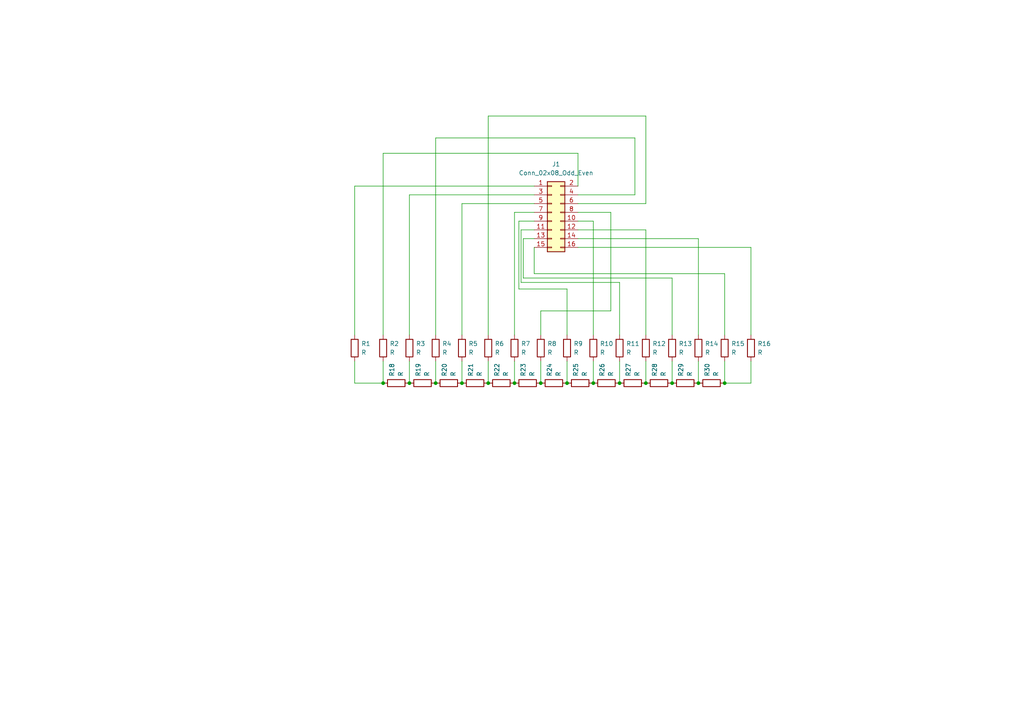
<source format=kicad_sch>
(kicad_sch (version 20230121) (generator eeschema)
  (paper "A4")
  (lib_symbols
    (symbol "Connector_Generic:Conn_02x08_Odd_Even" (pin_names (offset 1.016) hide)
      (property "Reference" "J" (at 1.27 10.16 0))
      (property "Value" "Conn_02x08_Odd_Even" (at 1.27 -12.7 0))
      (symbol "Conn_02x08_Odd_Even_1_1"
        (rectangle (start -1.27 -10.033) (end 0 -10.287) (stroke (width 0.1524)))
        (rectangle (start -1.27 -7.493) (end 0 -7.747) (stroke (width 0.1524)))
        (rectangle (start -1.27 -4.953) (end 0 -5.207) (stroke (width 0.1524)))
        (rectangle (start -1.27 -2.413) (end 0 -2.667) (stroke (width 0.1524)))
        (rectangle (start -1.27 0.127) (end 0 -0.127) (stroke (width 0.1524)))
        (rectangle (start -1.27 2.667) (end 0 2.413) (stroke (width 0.1524)))
        (rectangle (start -1.27 5.207) (end 0 4.953) (stroke (width 0.1524)))
        (rectangle (start -1.27 7.747) (end 0 7.493) (stroke (width 0.1524)))
        (rectangle (start -1.27 8.89) (end 3.81 -11.43) (stroke (width 0.254)) (fill (type background)))
        (rectangle (start 3.81 -10.033) (end 2.54 -10.287) (stroke (width 0.1524)))
        (rectangle (start 3.81 -7.493) (end 2.54 -7.747) (stroke (width 0.1524)))
        (rectangle (start 3.81 -4.953) (end 2.54 -5.207) (stroke (width 0.1524)))
        (rectangle (start 3.81 -2.413) (end 2.54 -2.667) (stroke (width 0.1524)))
        (rectangle (start 3.81 0.127) (end 2.54 -0.127) (stroke (width 0.1524)))
        (rectangle (start 3.81 2.667) (end 2.54 2.413) (stroke (width 0.1524)))
        (rectangle (start 3.81 5.207) (end 2.54 4.953) (stroke (width 0.1524)))
        (rectangle (start 3.81 7.747) (end 2.54 7.493) (stroke (width 0.1524)))
        (pin passive line (at -5.08 7.62 0) (length 3.81) (name "Pin_1") (number "1"))
        (pin passive line (at 7.62 -2.54 180) (length 3.81) (name "Pin_10") (number "10"))
        (pin passive line (at -5.08 -5.08 0) (length 3.81) (name "Pin_11") (number "11"))
        (pin passive line (at 7.62 -5.08 180) (length 3.81) (name "Pin_12") (number "12"))
        (pin passive line (at -5.08 -7.62 0) (length 3.81) (name "Pin_13") (number "13"))
        (pin passive line (at 7.62 -7.62 180) (length 3.81) (name "Pin_14") (number "14"))
        (pin passive line (at -5.08 -10.16 0) (length 3.81) (name "Pin_15") (number "15"))
        (pin passive line (at 7.62 -10.16 180) (length 3.81) (name "Pin_16") (number "16"))
        (pin passive line (at 7.62 7.62 180) (length 3.81) (name "Pin_2") (number "2"))
        (pin passive line (at -5.08 5.08 0) (length 3.81) (name "Pin_3") (number "3"))
        (pin passive line (at 7.62 5.08 180) (length 3.81) (name "Pin_4") (number "4"))
        (pin passive line (at -5.08 2.54 0) (length 3.81) (name "Pin_5") (number "5"))
        (pin passive line (at 7.62 2.54 180) (length 3.81) (name "Pin_6") (number "6"))
        (pin passive line (at -5.08 0 0) (length 3.81) (name "Pin_7") (number "7"))
        (pin passive line (at 7.62 0 180) (length 3.81) (name "Pin_8") (number "8"))
        (pin passive line (at -5.08 -2.54 0) (length 3.81) (name "Pin_9") (number "9"))
      )
    )
    (symbol "Device:R" (pin_numbers hide) (pin_names (offset 0))
      (property "Reference" "R" (at 2.032 0 90))
      (property "Value" "R" (at 0 0 90))
      (symbol "R_0_1"
        (rectangle (start -1.016 -2.54) (end 1.016 2.54) (stroke (width 0.254)))
      )
      (symbol "R_1_1"
        (pin passive line (at 0 3.81 270) (length 1.27) (name "~") (number "1"))
        (pin passive line (at 0 -3.81 90) (length 1.27) (name "~") (number "2"))
      )
    )
  )
  (junction (at 133.985 111.125))
  (junction (at 172.085 111.125))
  (junction (at 126.365 111.125))
  (junction (at 156.845 111.125))
  (junction (at 194.945 111.125))
  (junction (at 111.125 111.125))
  (junction (at 210.185 111.125))
  (junction (at 141.605 111.125))
  (junction (at 118.745 111.125))
  (junction (at 179.705 111.125))
  (junction (at 187.325 111.125))
  (junction (at 149.225 111.125))
  (junction (at 164.465 111.125))
  (junction (at 202.565 111.125))
  (wire (pts (xy 202.565 111.125) (xy 202.565 104.775)))
  (wire (pts (xy 150.495 64.135) (xy 150.495 83.82)))
  (wire (pts (xy 102.87 111.125) (xy 102.87 104.775)))
  (wire (pts (xy 149.225 111.125) (xy 149.225 104.775)))
  (wire (pts (xy 154.94 53.975) (xy 102.87 53.975)))
  (wire (pts (xy 179.705 81.915) (xy 179.705 97.155)))
  (wire (pts (xy 167.64 53.975) (xy 167.64 44.45)))
  (wire (pts (xy 164.465 83.82) (xy 164.465 97.155)))
  (wire (pts (xy 141.605 33.655) (xy 141.605 97.155)))
  (wire (pts (xy 154.94 64.135) (xy 150.495 64.135)))
  (wire (pts (xy 172.085 97.155) (xy 172.085 64.135)))
  (wire (pts (xy 102.87 111.125) (xy 111.125 111.125)))
  (wire (pts (xy 154.94 71.755) (xy 154.94 79.375)))
  (wire (pts (xy 167.64 66.675) (xy 187.325 66.675)))
  (wire (pts (xy 217.805 71.755) (xy 217.805 97.155)))
  (wire (pts (xy 210.185 111.125) (xy 217.805 111.125)))
  (wire (pts (xy 154.94 61.595) (xy 149.225 61.595)))
  (wire (pts (xy 154.94 56.515) (xy 118.745 56.515)))
  (wire (pts (xy 187.325 66.675) (xy 187.325 97.155)))
  (wire (pts (xy 154.94 66.675) (xy 151.13 66.675)))
  (wire (pts (xy 156.845 111.125) (xy 156.845 104.775)))
  (wire (pts (xy 167.64 71.755) (xy 217.805 71.755)))
  (wire (pts (xy 118.745 111.125) (xy 118.745 104.775)))
  (wire (pts (xy 210.185 79.375) (xy 210.185 97.155)))
  (wire (pts (xy 187.325 111.125) (xy 187.325 104.775)))
  (wire (pts (xy 167.64 69.215) (xy 202.565 69.215)))
  (wire (pts (xy 194.945 111.125) (xy 194.945 104.775)))
  (wire (pts (xy 167.64 44.45) (xy 111.125 44.45)))
  (wire (pts (xy 151.13 66.675) (xy 151.13 81.915)))
  (wire (pts (xy 141.605 111.125) (xy 141.605 104.775)))
  (wire (pts (xy 167.64 59.055) (xy 187.325 59.055)))
  (wire (pts (xy 210.185 111.125) (xy 210.185 104.775)))
  (wire (pts (xy 133.985 59.055) (xy 133.985 97.155)))
  (wire (pts (xy 164.465 111.125) (xy 164.465 104.775)))
  (wire (pts (xy 154.94 59.055) (xy 133.985 59.055)))
  (wire (pts (xy 111.125 44.45) (xy 111.125 97.155)))
  (wire (pts (xy 126.365 40.005) (xy 126.365 97.155)))
  (wire (pts (xy 177.165 90.17) (xy 156.845 90.17)))
  (wire (pts (xy 118.745 56.515) (xy 118.745 97.155)))
  (wire (pts (xy 151.13 81.915) (xy 179.705 81.915)))
  (wire (pts (xy 202.565 69.215) (xy 202.565 97.155)))
  (wire (pts (xy 217.805 111.125) (xy 217.805 104.775)))
  (wire (pts (xy 167.64 56.515) (xy 184.15 56.515)))
  (wire (pts (xy 154.94 79.375) (xy 210.185 79.375)))
  (wire (pts (xy 151.765 80.645) (xy 194.945 80.645)))
  (wire (pts (xy 194.945 80.645) (xy 194.945 97.155)))
  (wire (pts (xy 184.15 56.515) (xy 184.15 40.005)))
  (wire (pts (xy 184.15 40.005) (xy 126.365 40.005)))
  (wire (pts (xy 111.125 104.775) (xy 111.125 111.125)))
  (wire (pts (xy 172.085 111.125) (xy 172.085 104.775)))
  (wire (pts (xy 151.765 69.215) (xy 151.765 80.645)))
  (wire (pts (xy 126.365 111.125) (xy 126.365 104.775)))
  (wire (pts (xy 150.495 83.82) (xy 164.465 83.82)))
  (wire (pts (xy 154.94 69.215) (xy 151.765 69.215)))
  (wire (pts (xy 187.325 33.655) (xy 141.605 33.655)))
  (wire (pts (xy 102.87 53.975) (xy 102.87 97.155)))
  (wire (pts (xy 177.165 61.595) (xy 177.165 90.17)))
  (wire (pts (xy 167.64 61.595) (xy 177.165 61.595)))
  (wire (pts (xy 156.845 90.17) (xy 156.845 97.155)))
  (wire (pts (xy 172.085 64.135) (xy 167.64 64.135)))
  (wire (pts (xy 179.705 111.125) (xy 179.705 104.775)))
  (wire (pts (xy 133.985 111.125) (xy 133.985 104.775)))
  (wire (pts (xy 187.325 59.055) (xy 187.325 33.655)))
  (wire (pts (xy 149.225 61.595) (xy 149.225 97.155)))
  (symbol (lib_id "Connector_Generic:Conn_02x08_Odd_Even") (at 160.02 61.595 0) (unit 1)
    (property "Reference" "J1" (at 161.29 47.625 0))
    (property "Value" "Conn_02x08_Odd_Even" (at 161.29 50.165 0))
    (property "Footprint" "Connector_IDC:IDC-Header_2x08_P2.54mm_Vertical" (effects hide))
  )
  (symbol (lib_id "Device:R") (at 198.755 111.125 90) (unit 1)
    (property "Reference" "R29" (at 197.485 109.22 0) (effects (justify left)))
    (property "Value" "R" (at 200.025 109.22 0) (effects (justify left)))
    (property "Footprint" "Resistor_THT:R_Axial_DIN0207_L6.3mm_D2.5mm_P7.62mm_Horizontal" (effects hide))
  )
  (symbol (lib_id "Device:R") (at 217.805 100.965 0) (unit 1)
    (property "Reference" "R16" (at 219.71 99.695 0) (effects (justify left)))
    (property "Value" "R" (at 219.71 102.235 0) (effects (justify left)))
    (property "Footprint" "Resistor_THT:R_Axial_DIN0207_L6.3mm_D2.5mm_P7.62mm_Horizontal" (effects hide))
  )
  (symbol (lib_id "Device:R") (at 130.175 111.125 90) (unit 1)
    (property "Reference" "R20" (at 128.905 109.22 0) (effects (justify left)))
    (property "Value" "R" (at 131.445 109.22 0) (effects (justify left)))
    (property "Footprint" "Resistor_THT:R_Axial_DIN0207_L6.3mm_D2.5mm_P7.62mm_Horizontal" (effects hide))
  )
  (symbol (lib_id "Device:R") (at 179.705 100.965 0) (unit 1)
    (property "Reference" "R11" (at 181.61 99.695 0) (effects (justify left)))
    (property "Value" "R" (at 181.61 102.235 0) (effects (justify left)))
    (property "Footprint" "Resistor_THT:R_Axial_DIN0207_L6.3mm_D2.5mm_P7.62mm_Horizontal" (effects hide))
  )
  (symbol (lib_id "Device:R") (at 156.845 100.965 0) (unit 1)
    (property "Reference" "R8" (at 158.75 99.695 0) (effects (justify left)))
    (property "Value" "R" (at 158.75 102.235 0) (effects (justify left)))
    (property "Footprint" "Resistor_THT:R_Axial_DIN0207_L6.3mm_D2.5mm_P7.62mm_Horizontal" (effects hide))
  )
  (symbol (lib_id "Device:R") (at 172.085 100.965 0) (unit 1)
    (property "Reference" "R10" (at 173.99 99.695 0) (effects (justify left)))
    (property "Value" "R" (at 173.99 102.235 0) (effects (justify left)))
    (property "Footprint" "Resistor_THT:R_Axial_DIN0207_L6.3mm_D2.5mm_P7.62mm_Horizontal" (effects hide))
  )
  (symbol (lib_id "Device:R") (at 133.985 100.965 0) (unit 1)
    (property "Reference" "R5" (at 135.89 99.695 0) (effects (justify left)))
    (property "Value" "R" (at 135.89 102.235 0) (effects (justify left)))
    (property "Footprint" "Resistor_THT:R_Axial_DIN0207_L6.3mm_D2.5mm_P7.62mm_Horizontal" (effects hide))
  )
  (symbol (lib_id "Device:R") (at 126.365 100.965 0) (unit 1)
    (property "Reference" "R4" (at 128.27 99.695 0) (effects (justify left)))
    (property "Value" "R" (at 128.27 102.235 0) (effects (justify left)))
    (property "Footprint" "Resistor_THT:R_Axial_DIN0207_L6.3mm_D2.5mm_P7.62mm_Horizontal" (effects hide))
  )
  (symbol (lib_id "Device:R") (at 118.745 100.965 0) (unit 1)
    (property "Reference" "R3" (at 120.65 99.695 0) (effects (justify left)))
    (property "Value" "R" (at 120.65 102.235 0) (effects (justify left)))
    (property "Footprint" "Resistor_THT:R_Axial_DIN0207_L6.3mm_D2.5mm_P7.62mm_Horizontal" (effects hide))
  )
  (symbol (lib_id "Device:R") (at 153.035 111.125 90) (unit 1)
    (property "Reference" "R23" (at 151.765 109.22 0) (effects (justify left)))
    (property "Value" "R" (at 154.305 109.22 0) (effects (justify left)))
    (property "Footprint" "Resistor_THT:R_Axial_DIN0207_L6.3mm_D2.5mm_P7.62mm_Horizontal" (effects hide))
  )
  (symbol (lib_id "Device:R") (at 149.225 100.965 0) (unit 1)
    (property "Reference" "R7" (at 151.13 99.695 0) (effects (justify left)))
    (property "Value" "R" (at 151.13 102.235 0) (effects (justify left)))
    (property "Footprint" "Resistor_THT:R_Axial_DIN0207_L6.3mm_D2.5mm_P7.62mm_Horizontal" (effects hide))
  )
  (symbol (lib_id "Device:R") (at 194.945 100.965 0) (unit 1)
    (property "Reference" "R13" (at 196.85 99.695 0) (effects (justify left)))
    (property "Value" "R" (at 196.85 102.235 0) (effects (justify left)))
    (property "Footprint" "Resistor_THT:R_Axial_DIN0207_L6.3mm_D2.5mm_P7.62mm_Horizontal" (effects hide))
  )
  (symbol (lib_id "Device:R") (at 206.375 111.125 90) (unit 1)
    (property "Reference" "R30" (at 205.105 109.22 0) (effects (justify left)))
    (property "Value" "R" (at 207.645 109.22 0) (effects (justify left)))
    (property "Footprint" "Resistor_THT:R_Axial_DIN0207_L6.3mm_D2.5mm_P7.62mm_Horizontal" (effects hide))
  )
  (symbol (lib_id "Device:R") (at 210.185 100.965 0) (unit 1)
    (property "Reference" "R15" (at 212.09 99.695 0) (effects (justify left)))
    (property "Value" "R" (at 212.09 102.235 0) (effects (justify left)))
    (property "Footprint" "Resistor_THT:R_Axial_DIN0207_L6.3mm_D2.5mm_P7.62mm_Horizontal" (effects hide))
  )
  (symbol (lib_id "Device:R") (at 137.795 111.125 90) (unit 1)
    (property "Reference" "R21" (at 136.525 109.22 0) (effects (justify left)))
    (property "Value" "R" (at 139.065 109.22 0) (effects (justify left)))
    (property "Footprint" "Resistor_THT:R_Axial_DIN0207_L6.3mm_D2.5mm_P7.62mm_Horizontal" (effects hide))
  )
  (symbol (lib_id "Device:R") (at 111.125 100.965 0) (unit 1)
    (property "Reference" "R2" (at 113.03 99.695 0) (effects (justify left)))
    (property "Value" "R" (at 113.03 102.235 0) (effects (justify left)))
    (property "Footprint" "Resistor_THT:R_Axial_DIN0207_L6.3mm_D2.5mm_P7.62mm_Horizontal" (effects hide))
  )
  (symbol (lib_id "Device:R") (at 102.87 100.965 0) (unit 1)
    (property "Reference" "R1" (at 104.775 99.695 0) (effects (justify left)))
    (property "Value" "R" (at 104.775 102.235 0) (effects (justify left)))
    (property "Footprint" "Resistor_THT:R_Axial_DIN0207_L6.3mm_D2.5mm_P7.62mm_Horizontal" (effects hide))
  )
  (symbol (lib_id "Device:R") (at 183.515 111.125 90) (unit 1)
    (property "Reference" "R27" (at 182.245 109.22 0) (effects (justify left)))
    (property "Value" "R" (at 184.785 109.22 0) (effects (justify left)))
    (property "Footprint" "Resistor_THT:R_Axial_DIN0207_L6.3mm_D2.5mm_P7.62mm_Horizontal" (effects hide))
  )
  (symbol (lib_id "Device:R") (at 168.275 111.125 90) (unit 1)
    (property "Reference" "R25" (at 167.005 109.22 0) (effects (justify left)))
    (property "Value" "R" (at 169.545 109.22 0) (effects (justify left)))
    (property "Footprint" "Resistor_THT:R_Axial_DIN0207_L6.3mm_D2.5mm_P7.62mm_Horizontal" (effects hide))
  )
  (symbol (lib_id "Device:R") (at 175.895 111.125 90) (unit 1)
    (property "Reference" "R26" (at 174.625 109.22 0) (effects (justify left)))
    (property "Value" "R" (at 177.165 109.22 0) (effects (justify left)))
    (property "Footprint" "Resistor_THT:R_Axial_DIN0207_L6.3mm_D2.5mm_P7.62mm_Horizontal" (effects hide))
  )
  (symbol (lib_id "Device:R") (at 114.935 111.125 90) (unit 1)
    (property "Reference" "R18" (at 113.665 109.22 0) (effects (justify left)))
    (property "Value" "R" (at 116.205 109.22 0) (effects (justify left)))
    (property "Footprint" "Resistor_THT:R_Axial_DIN0207_L6.3mm_D2.5mm_P7.62mm_Horizontal" (effects hide))
  )
  (symbol (lib_id "Device:R") (at 122.555 111.125 90) (unit 1)
    (property "Reference" "R19" (at 121.285 109.22 0) (effects (justify left)))
    (property "Value" "R" (at 123.825 109.22 0) (effects (justify left)))
    (property "Footprint" "Resistor_THT:R_Axial_DIN0207_L6.3mm_D2.5mm_P7.62mm_Horizontal" (effects hide))
  )
  (symbol (lib_id "Device:R") (at 191.135 111.125 90) (unit 1)
    (property "Reference" "R28" (at 189.865 109.22 0) (effects (justify left)))
    (property "Value" "R" (at 192.405 109.22 0) (effects (justify left)))
    (property "Footprint" "Resistor_THT:R_Axial_DIN0207_L6.3mm_D2.5mm_P7.62mm_Horizontal" (effects hide))
  )
  (symbol (lib_id "Device:R") (at 141.605 100.965 0) (unit 1)
    (property "Reference" "R6" (at 143.51 99.695 0) (effects (justify left)))
    (property "Value" "R" (at 143.51 102.235 0) (effects (justify left)))
    (property "Footprint" "Resistor_THT:R_Axial_DIN0207_L6.3mm_D2.5mm_P7.62mm_Horizontal" (effects hide))
  )
  (symbol (lib_id "Device:R") (at 202.565 100.965 0) (unit 1)
    (property "Reference" "R14" (at 204.47 99.695 0) (effects (justify left)))
    (property "Value" "R" (at 204.47 102.235 0) (effects (justify left)))
    (property "Footprint" "Resistor_THT:R_Axial_DIN0207_L6.3mm_D2.5mm_P7.62mm_Horizontal" (effects hide))
  )
  (symbol (lib_id "Device:R") (at 164.465 100.965 0) (unit 1)
    (property "Reference" "R9" (at 166.37 99.695 0) (effects (justify left)))
    (property "Value" "R" (at 166.37 102.235 0) (effects (justify left)))
    (property "Footprint" "Resistor_THT:R_Axial_DIN0207_L6.3mm_D2.5mm_P7.62mm_Horizontal" (effects hide))
  )
  (symbol (lib_id "Device:R") (at 145.415 111.125 90) (unit 1)
    (property "Reference" "R22" (at 144.145 109.22 0) (effects (justify left)))
    (property "Value" "R" (at 146.685 109.22 0) (effects (justify left)))
    (property "Footprint" "Resistor_THT:R_Axial_DIN0207_L6.3mm_D2.5mm_P7.62mm_Horizontal" (effects hide))
  )
  (symbol (lib_id "Device:R") (at 160.655 111.125 90) (unit 1)
    (property "Reference" "R24" (at 159.385 109.22 0) (effects (justify left)))
    (property "Value" "R" (at 161.925 109.22 0) (effects (justify left)))
    (property "Footprint" "Resistor_THT:R_Axial_DIN0207_L6.3mm_D2.5mm_P7.62mm_Horizontal" (effects hide))
  )
  (symbol (lib_id "Device:R") (at 187.325 100.965 0) (unit 1)
    (property "Reference" "R12" (at 189.23 99.695 0) (effects (justify left)))
    (property "Value" "R" (at 189.23 102.235 0) (effects (justify left)))
    (property "Footprint" "Resistor_THT:R_Axial_DIN0207_L6.3mm_D2.5mm_P7.62mm_Horizontal" (effects hide))
  )
)
</source>
